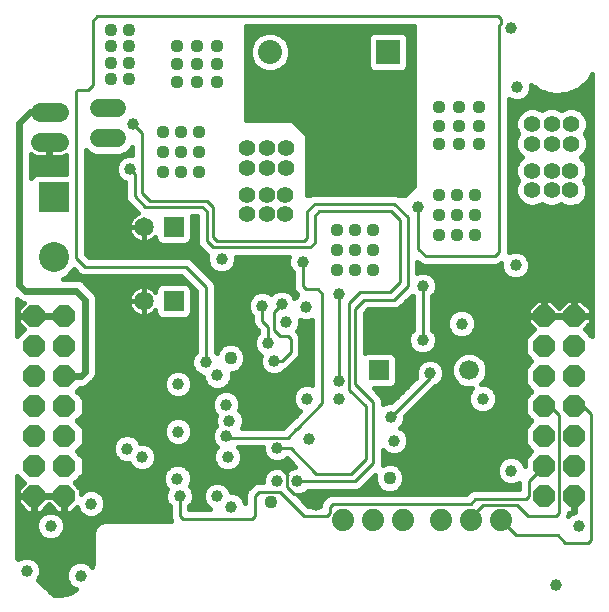
<source format=gbl>
G75*
G70*
%OFA0B0*%
%FSLAX24Y24*%
%IPPOS*%
%LPD*%
%AMOC8*
5,1,8,0,0,1.08239X$1,22.5*
%
%ADD10C,0.0600*%
%ADD11R,0.1000X0.1000*%
%ADD12C,0.1000*%
%ADD13C,0.0660*%
%ADD14R,0.0650X0.0650*%
%ADD15OC8,0.0740*%
%ADD16C,0.0634*%
%ADD17R,0.0555X0.0555*%
%ADD18C,0.0437*%
%ADD19C,0.0650*%
%ADD20C,0.0555*%
%ADD21C,0.0740*%
%ADD22R,0.0800X0.0800*%
%ADD23C,0.0800*%
%ADD24C,0.0240*%
%ADD25C,0.0160*%
%ADD26C,0.0397*%
%ADD27C,0.0100*%
%ADD28C,0.0436*%
D10*
X005404Y015920D02*
X006004Y015920D01*
X006004Y016920D02*
X005404Y016920D01*
D11*
X003894Y013970D03*
D12*
X003894Y011970D03*
D13*
X017744Y008200D03*
D14*
X014744Y008200D03*
X007894Y010500D03*
X007894Y012961D03*
D15*
X004244Y010000D03*
X003244Y010000D03*
X003244Y009000D03*
X003244Y008000D03*
X003244Y007000D03*
X003244Y006000D03*
X003244Y005000D03*
X003244Y004000D03*
X004244Y004000D03*
X004244Y005000D03*
X004244Y006000D03*
X004244Y007000D03*
X004244Y008000D03*
X004244Y009000D03*
X020244Y009000D03*
X020244Y008000D03*
X020244Y007000D03*
X020244Y006000D03*
X020244Y005000D03*
X020244Y004000D03*
X021244Y004000D03*
X021244Y005000D03*
X021244Y006000D03*
X021244Y007000D03*
X021244Y008000D03*
X021244Y009000D03*
X021244Y010000D03*
X020244Y010000D03*
D16*
X004061Y015800D02*
X003427Y015800D01*
X003427Y016800D02*
X004061Y016800D01*
D17*
X008944Y007200D03*
X008944Y006450D03*
X008944Y005700D03*
D18*
X013333Y011536D03*
X013944Y011536D03*
X014556Y011536D03*
X014556Y012209D03*
X013944Y012209D03*
X013333Y012209D03*
X013333Y012881D03*
X013944Y012881D03*
X014556Y012881D03*
X014458Y014438D03*
X014458Y015050D03*
X013786Y015050D03*
X013786Y014438D03*
X013113Y014438D03*
X013113Y015050D03*
X013113Y015662D03*
X013786Y015662D03*
X014458Y015662D03*
X016731Y015738D03*
X016731Y016350D03*
X017403Y016350D03*
X017403Y015738D03*
X018075Y015738D03*
X018075Y016350D03*
X018075Y016962D03*
X017403Y016962D03*
X016731Y016962D03*
X016733Y014031D03*
X017344Y014031D03*
X017956Y014031D03*
X017956Y013359D03*
X017956Y012686D03*
X017344Y012686D03*
X016733Y012686D03*
X016733Y013359D03*
X017344Y013359D03*
X009358Y017788D03*
X009358Y018400D03*
X009358Y019012D03*
X008686Y019012D03*
X008686Y018400D03*
X008686Y017788D03*
X008013Y017788D03*
X008013Y018400D03*
X008013Y019012D03*
X008144Y016131D03*
X008756Y016131D03*
X008756Y015459D03*
X008144Y015459D03*
X007533Y015459D03*
X007533Y016131D03*
X007533Y014786D03*
X008144Y014786D03*
X008756Y014786D03*
D19*
X006894Y012961D03*
X006894Y010500D03*
D20*
X010344Y013400D03*
X010344Y014050D03*
X010994Y014050D03*
X010994Y013400D03*
X011624Y013390D03*
X011624Y014050D03*
X011644Y014950D03*
X011644Y015600D03*
X010994Y015600D03*
X010344Y015600D03*
X010344Y014950D03*
X010994Y014950D03*
X019844Y014850D03*
X019844Y014200D03*
X020494Y014200D03*
X021124Y014190D03*
X021124Y014850D03*
X020494Y014850D03*
X020494Y015750D03*
X020494Y016400D03*
X021144Y016400D03*
X021144Y015750D03*
X019844Y015750D03*
X019844Y016400D03*
D21*
X018794Y003200D03*
X017794Y003200D03*
X016794Y003200D03*
X015544Y003200D03*
X014544Y003200D03*
X013544Y003200D03*
D22*
X015044Y018800D03*
D23*
X013076Y018800D03*
X011107Y018800D03*
D24*
X003744Y016800D02*
X003094Y016800D01*
X002744Y016450D01*
X002744Y011050D01*
X002944Y010850D01*
X004644Y010850D01*
X004944Y010550D01*
X004944Y008150D01*
X004794Y008000D01*
X004244Y008000D01*
D25*
X002673Y001950D02*
X002675Y001920D01*
X002706Y001888D01*
X002723Y001906D01*
X002899Y001978D01*
X003089Y001978D01*
X003265Y001906D01*
X003400Y001771D01*
X003473Y001595D01*
X003473Y001405D01*
X003400Y001229D01*
X003383Y001212D01*
X003894Y000700D01*
X004159Y000700D01*
X004437Y000774D01*
X004645Y000894D01*
X004523Y000944D01*
X004389Y001079D01*
X004316Y001255D01*
X004316Y001445D01*
X004389Y001621D01*
X004523Y001756D01*
X004699Y001828D01*
X004889Y001828D01*
X005065Y001756D01*
X005171Y001650D01*
X005205Y001775D01*
X005216Y001940D01*
X005216Y002795D01*
X005289Y002971D01*
X005289Y002971D01*
X005423Y003106D01*
X005423Y003106D01*
X005599Y003178D01*
X007808Y003178D01*
X007764Y003284D01*
X007764Y003653D01*
X007689Y003729D01*
X007616Y003905D01*
X007616Y004095D01*
X007679Y004248D01*
X007619Y004309D01*
X007546Y004485D01*
X007546Y004675D01*
X007619Y004851D01*
X007753Y004986D01*
X007929Y005058D01*
X008119Y005058D01*
X008295Y004986D01*
X008430Y004851D01*
X008503Y004675D01*
X008503Y004485D01*
X008439Y004332D01*
X008500Y004271D01*
X008573Y004095D01*
X008573Y003905D01*
X008500Y003729D01*
X008424Y003653D01*
X008424Y003580D01*
X009108Y003580D01*
X009073Y003594D01*
X008939Y003729D01*
X008866Y003905D01*
X008866Y004095D01*
X008939Y004271D01*
X009073Y004406D01*
X009249Y004478D01*
X009439Y004478D01*
X009615Y004406D01*
X009750Y004271D01*
X009809Y004128D01*
X009889Y004128D01*
X010065Y004056D01*
X010200Y003921D01*
X010264Y003765D01*
X010264Y004066D01*
X010315Y004187D01*
X010465Y004337D01*
X010557Y004430D01*
X010679Y004480D01*
X010866Y004480D01*
X010866Y004595D01*
X010939Y004771D01*
X011073Y004906D01*
X011249Y004978D01*
X011439Y004978D01*
X011615Y004906D01*
X011685Y004836D01*
X011753Y004905D01*
X011929Y004977D01*
X011950Y004977D01*
X011674Y005253D01*
X011615Y005194D01*
X011439Y005122D01*
X011249Y005122D01*
X011073Y005194D01*
X010939Y005329D01*
X010866Y005505D01*
X010866Y005620D01*
X010051Y005620D01*
X010100Y005571D01*
X010173Y005395D01*
X010173Y005205D01*
X010100Y005029D01*
X009965Y004894D01*
X009789Y004822D01*
X009599Y004822D01*
X009423Y004894D01*
X009289Y005029D01*
X009216Y005205D01*
X009216Y005395D01*
X009289Y005571D01*
X009348Y005630D01*
X009249Y005729D01*
X009176Y005905D01*
X009176Y006095D01*
X009249Y006271D01*
X009310Y006332D01*
X009276Y006415D01*
X009276Y006605D01*
X009316Y006702D01*
X009239Y006779D01*
X009166Y006955D01*
X009166Y007145D01*
X009239Y007321D01*
X009373Y007456D01*
X009549Y007528D01*
X009739Y007528D01*
X009915Y007456D01*
X010050Y007321D01*
X010123Y007145D01*
X010123Y006955D01*
X010083Y006858D01*
X010160Y006781D01*
X010233Y006605D01*
X010233Y006415D01*
X010177Y006280D01*
X011558Y006280D01*
X011787Y006510D01*
X011819Y006523D01*
X012116Y006827D01*
X012073Y006844D01*
X011939Y006979D01*
X011866Y007155D01*
X011866Y007345D01*
X011939Y007521D01*
X012073Y007656D01*
X012249Y007728D01*
X012439Y007728D01*
X012514Y007697D01*
X012514Y009873D01*
X012389Y009822D01*
X012199Y009822D01*
X012123Y009853D01*
X012123Y009705D01*
X012050Y009529D01*
X012016Y009495D01*
X012074Y009437D01*
X012124Y009316D01*
X012124Y008734D01*
X012074Y008613D01*
X011981Y008520D01*
X011681Y008220D01*
X011613Y008192D01*
X011515Y008094D01*
X011339Y008022D01*
X011149Y008022D01*
X010973Y008094D01*
X010839Y008229D01*
X010766Y008405D01*
X010766Y008595D01*
X010802Y008683D01*
X010773Y008694D01*
X010639Y008829D01*
X010566Y009005D01*
X010566Y009195D01*
X010639Y009371D01*
X010714Y009447D01*
X010714Y009513D01*
X010657Y009570D01*
X010565Y009663D01*
X010514Y009784D01*
X010514Y010003D01*
X010439Y010079D01*
X010366Y010255D01*
X010366Y010445D01*
X010439Y010621D01*
X010573Y010756D01*
X010749Y010828D01*
X010939Y010828D01*
X011115Y010756D01*
X011144Y010727D01*
X011223Y010806D01*
X011399Y010878D01*
X011589Y010878D01*
X011765Y010806D01*
X011900Y010671D01*
X011926Y010608D01*
X012023Y010705D01*
X012007Y010720D01*
X011915Y010813D01*
X011864Y010934D01*
X011864Y011453D01*
X011789Y011529D01*
X011716Y011705D01*
X011716Y011895D01*
X011747Y011970D01*
X009973Y011970D01*
X009973Y011805D01*
X009900Y011629D01*
X009765Y011494D01*
X009589Y011422D01*
X009399Y011422D01*
X009223Y011494D01*
X009089Y011629D01*
X009016Y011805D01*
X009016Y011995D01*
X009024Y012014D01*
X009007Y012020D01*
X008807Y012220D01*
X008715Y012313D01*
X008664Y012434D01*
X008664Y013320D01*
X008499Y013320D01*
X008499Y012580D01*
X008457Y012477D01*
X008378Y012398D01*
X008275Y012356D01*
X007514Y012356D01*
X007411Y012398D01*
X007332Y012477D01*
X007289Y012580D01*
X007289Y012645D01*
X007280Y012632D01*
X007223Y012575D01*
X007159Y012529D01*
X007088Y012493D01*
X007013Y012468D01*
X006934Y012456D01*
X006894Y012456D01*
X006894Y012961D01*
X006894Y012961D01*
X006389Y012961D01*
X006389Y013000D01*
X006402Y013079D01*
X006426Y013154D01*
X006462Y013225D01*
X006509Y013290D01*
X006565Y013346D01*
X006630Y013393D01*
X006699Y013428D01*
X006407Y013720D01*
X006315Y013813D01*
X006264Y013934D01*
X006264Y014457D01*
X006173Y014494D01*
X006039Y014629D01*
X005966Y014805D01*
X005966Y014995D01*
X006039Y015171D01*
X006173Y015306D01*
X006349Y015378D01*
X006514Y015378D01*
X006514Y015636D01*
X006496Y015591D01*
X006333Y015428D01*
X006120Y015340D01*
X005289Y015340D01*
X005076Y015428D01*
X004974Y015530D01*
X004974Y012087D01*
X005081Y011980D01*
X008360Y011980D01*
X008481Y011930D01*
X008574Y011837D01*
X009244Y011167D01*
X009294Y011046D01*
X009294Y008807D01*
X009327Y008774D01*
X009372Y008882D01*
X009512Y009022D01*
X009695Y009098D01*
X009893Y009098D01*
X010076Y009022D01*
X010217Y008882D01*
X010292Y008699D01*
X010292Y008501D01*
X010217Y008318D01*
X010076Y008178D01*
X009893Y008102D01*
X009833Y008102D01*
X009833Y007925D01*
X009760Y007749D01*
X009625Y007614D01*
X009449Y007542D01*
X009259Y007542D01*
X009083Y007614D01*
X008949Y007749D01*
X008876Y007925D01*
X008876Y007982D01*
X008869Y007982D01*
X008693Y008054D01*
X008559Y008189D01*
X008486Y008365D01*
X008486Y008555D01*
X008559Y008731D01*
X008634Y008807D01*
X008634Y010843D01*
X008158Y011320D01*
X004879Y011320D01*
X004757Y011370D01*
X004568Y011559D01*
X004556Y011528D01*
X004336Y011309D01*
X004194Y011250D01*
X004724Y011250D01*
X004871Y011189D01*
X004983Y011077D01*
X005283Y010777D01*
X005344Y010630D01*
X005344Y008070D01*
X005283Y007923D01*
X005171Y007811D01*
X005021Y007661D01*
X004874Y007600D01*
X004764Y007600D01*
X004664Y007500D01*
X004894Y007269D01*
X004894Y006731D01*
X004664Y006500D01*
X004894Y006269D01*
X004894Y005731D01*
X004664Y005500D01*
X004894Y005269D01*
X004894Y004731D01*
X004593Y004429D01*
X004794Y004228D01*
X004794Y004077D01*
X004873Y004156D01*
X005049Y004228D01*
X005239Y004228D01*
X005415Y004156D01*
X005550Y004021D01*
X005623Y003845D01*
X005623Y003655D01*
X005550Y003479D01*
X005415Y003344D01*
X005239Y003272D01*
X005049Y003272D01*
X004873Y003344D01*
X004739Y003479D01*
X004669Y003647D01*
X004472Y003450D01*
X004264Y003450D01*
X004264Y003980D01*
X004224Y003980D01*
X003794Y003980D01*
X003264Y003980D01*
X003264Y003450D01*
X003472Y003450D01*
X003744Y003722D01*
X004016Y003450D01*
X004224Y003450D01*
X004224Y003980D01*
X004224Y004020D01*
X003264Y004020D01*
X003264Y003980D01*
X003224Y003980D01*
X002694Y003980D01*
X002694Y003772D01*
X003016Y003450D01*
X003224Y003450D01*
X003224Y003980D01*
X003224Y004020D01*
X002694Y004020D01*
X002694Y004228D01*
X002896Y004429D01*
X002673Y004652D01*
X002673Y001950D01*
X002674Y001927D02*
X002774Y001927D01*
X002673Y002085D02*
X005216Y002085D01*
X005215Y001927D02*
X003215Y001927D01*
X003401Y001768D02*
X004553Y001768D01*
X004384Y001610D02*
X003467Y001610D01*
X003473Y001451D02*
X004318Y001451D01*
X004316Y001293D02*
X003426Y001293D01*
X003460Y001134D02*
X004366Y001134D01*
X004492Y000976D02*
X003619Y000976D01*
X003777Y000817D02*
X004511Y000817D01*
X005035Y001768D02*
X005203Y001768D01*
X005216Y002244D02*
X002673Y002244D01*
X002673Y002402D02*
X005216Y002402D01*
X005216Y002561D02*
X003983Y002561D01*
X004065Y002594D02*
X004200Y002729D01*
X004273Y002905D01*
X004273Y003095D01*
X004200Y003271D01*
X004065Y003406D01*
X003889Y003478D01*
X003699Y003478D01*
X003523Y003406D01*
X003389Y003271D01*
X003316Y003095D01*
X003316Y002905D01*
X003389Y002729D01*
X003523Y002594D01*
X003699Y002522D01*
X003889Y002522D01*
X004065Y002594D01*
X004190Y002719D02*
X005216Y002719D01*
X005250Y002878D02*
X004261Y002878D01*
X004273Y003036D02*
X005354Y003036D01*
X005424Y003353D02*
X007764Y003353D01*
X007764Y003512D02*
X005563Y003512D01*
X005623Y003670D02*
X007748Y003670D01*
X007648Y003829D02*
X005623Y003829D01*
X005564Y003987D02*
X007616Y003987D01*
X007637Y004146D02*
X005425Y004146D01*
X004863Y004146D02*
X004794Y004146D01*
X004718Y004304D02*
X007624Y004304D01*
X007555Y004463D02*
X004626Y004463D01*
X004785Y004621D02*
X007546Y004621D01*
X007589Y004780D02*
X004894Y004780D01*
X004894Y004938D02*
X006530Y004938D01*
X006573Y004894D02*
X006749Y004822D01*
X006939Y004822D01*
X007115Y004894D01*
X007250Y005029D01*
X007323Y005205D01*
X007323Y005395D01*
X007250Y005571D01*
X007115Y005706D01*
X006939Y005778D01*
X006780Y005778D01*
X006750Y005851D01*
X006615Y005986D01*
X006439Y006058D01*
X006249Y006058D01*
X006073Y005986D01*
X005939Y005851D01*
X005866Y005675D01*
X005866Y005485D01*
X005939Y005309D01*
X006073Y005174D01*
X006249Y005102D01*
X006409Y005102D01*
X006439Y005029D01*
X006573Y004894D01*
X006411Y005097D02*
X004894Y005097D01*
X004894Y005255D02*
X005993Y005255D01*
X005895Y005414D02*
X004750Y005414D01*
X004736Y005572D02*
X005866Y005572D01*
X005889Y005731D02*
X004894Y005731D01*
X004894Y005889D02*
X005977Y005889D01*
X006223Y006048D02*
X004894Y006048D01*
X004894Y006206D02*
X007566Y006206D01*
X007566Y006245D02*
X007566Y006055D01*
X007639Y005879D01*
X007773Y005744D01*
X007949Y005672D01*
X008139Y005672D01*
X008315Y005744D01*
X008450Y005879D01*
X008523Y006055D01*
X008523Y006245D01*
X008450Y006421D01*
X008315Y006556D01*
X008139Y006628D01*
X007949Y006628D01*
X007773Y006556D01*
X007639Y006421D01*
X007566Y006245D01*
X007615Y006365D02*
X004799Y006365D01*
X004687Y006523D02*
X007741Y006523D01*
X007569Y006048D02*
X006466Y006048D01*
X006712Y005889D02*
X007635Y005889D01*
X007807Y005731D02*
X007055Y005731D01*
X007249Y005572D02*
X009290Y005572D01*
X009248Y005731D02*
X008282Y005731D01*
X008454Y005889D02*
X009182Y005889D01*
X009176Y006048D02*
X008520Y006048D01*
X008523Y006206D02*
X009222Y006206D01*
X009297Y006365D02*
X008473Y006365D01*
X008348Y006523D02*
X009276Y006523D01*
X009308Y006682D02*
X004845Y006682D01*
X004894Y006840D02*
X009213Y006840D01*
X009166Y006999D02*
X004894Y006999D01*
X004894Y007157D02*
X009171Y007157D01*
X009236Y007316D02*
X008294Y007316D01*
X008315Y007324D02*
X008139Y007252D01*
X007949Y007252D01*
X007773Y007324D01*
X007639Y007459D01*
X007566Y007635D01*
X007566Y007825D01*
X007639Y008001D01*
X007773Y008136D01*
X007949Y008208D01*
X008139Y008208D01*
X008315Y008136D01*
X008450Y008001D01*
X008523Y007825D01*
X008523Y007635D01*
X008450Y007459D01*
X008315Y007324D01*
X008456Y007474D02*
X009418Y007474D01*
X009643Y007633D02*
X012050Y007633D01*
X011919Y007474D02*
X009871Y007474D01*
X010052Y007316D02*
X011866Y007316D01*
X011866Y007157D02*
X010118Y007157D01*
X010123Y006999D02*
X011931Y006999D01*
X012084Y006840D02*
X010101Y006840D01*
X010201Y006682D02*
X011974Y006682D01*
X011819Y006523D02*
X010233Y006523D01*
X010212Y006365D02*
X011642Y006365D01*
X010866Y005572D02*
X010099Y005572D01*
X010165Y005414D02*
X010904Y005414D01*
X011013Y005255D02*
X010173Y005255D01*
X010128Y005097D02*
X011831Y005097D01*
X011834Y004938D02*
X011537Y004938D01*
X011152Y004938D02*
X010009Y004938D01*
X009380Y004938D02*
X008343Y004938D01*
X008460Y004780D02*
X010947Y004780D01*
X010877Y004621D02*
X008503Y004621D01*
X008493Y004463D02*
X009211Y004463D01*
X009478Y004463D02*
X010636Y004463D01*
X010432Y004304D02*
X009717Y004304D01*
X009802Y004146D02*
X010297Y004146D01*
X010264Y003987D02*
X010134Y003987D01*
X010238Y003829D02*
X010264Y003829D01*
X008998Y003670D02*
X008441Y003670D01*
X008541Y003829D02*
X008898Y003829D01*
X008866Y003987D02*
X008573Y003987D01*
X008552Y004146D02*
X008887Y004146D01*
X008972Y004304D02*
X008467Y004304D01*
X007706Y004938D02*
X007159Y004938D01*
X007278Y005097D02*
X009261Y005097D01*
X009216Y005255D02*
X007323Y005255D01*
X007315Y005414D02*
X009223Y005414D01*
X007795Y007316D02*
X004848Y007316D01*
X004690Y007474D02*
X007633Y007474D01*
X007567Y007633D02*
X004952Y007633D01*
X005151Y007791D02*
X007566Y007791D01*
X007617Y007950D02*
X005294Y007950D01*
X005344Y008108D02*
X007746Y008108D01*
X008343Y008108D02*
X008640Y008108D01*
X008527Y008267D02*
X005344Y008267D01*
X005344Y008425D02*
X008486Y008425D01*
X008498Y008584D02*
X005344Y008584D01*
X005344Y008742D02*
X008570Y008742D01*
X008634Y008901D02*
X005344Y008901D01*
X005344Y009059D02*
X008634Y009059D01*
X008634Y009218D02*
X005344Y009218D01*
X005344Y009376D02*
X008634Y009376D01*
X008634Y009535D02*
X005344Y009535D01*
X005344Y009693D02*
X008634Y009693D01*
X008634Y009852D02*
X005344Y009852D01*
X005344Y010010D02*
X006768Y010010D01*
X006776Y010007D02*
X006855Y009995D01*
X006894Y009995D01*
X006894Y010500D01*
X006389Y010500D01*
X006389Y010460D01*
X006402Y010382D01*
X006426Y010306D01*
X006462Y010235D01*
X006509Y010171D01*
X006565Y010115D01*
X006630Y010068D01*
X006700Y010032D01*
X006776Y010007D01*
X006894Y010010D02*
X006894Y010010D01*
X006894Y009995D02*
X006934Y009995D01*
X007013Y010007D01*
X007088Y010032D01*
X007159Y010068D01*
X007223Y010115D01*
X007280Y010171D01*
X007289Y010185D01*
X007289Y010119D01*
X007332Y010016D01*
X007411Y009938D01*
X007514Y009895D01*
X008275Y009895D01*
X008378Y009938D01*
X008457Y010016D01*
X008499Y010119D01*
X008499Y010881D01*
X008457Y010984D01*
X008378Y011062D01*
X008275Y011105D01*
X007514Y011105D01*
X007411Y011062D01*
X007332Y010984D01*
X007289Y010881D01*
X007289Y010815D01*
X007280Y010829D01*
X007223Y010885D01*
X007159Y010932D01*
X007088Y010968D01*
X007013Y010993D01*
X006934Y011005D01*
X006894Y011005D01*
X006855Y011005D01*
X006776Y010993D01*
X006700Y010968D01*
X006630Y010932D01*
X006565Y010885D01*
X006509Y010829D01*
X006462Y010765D01*
X006426Y010694D01*
X006402Y010618D01*
X006389Y010540D01*
X006389Y010500D01*
X006894Y010500D01*
X006894Y010500D01*
X006894Y011005D01*
X006894Y010500D01*
X006894Y010500D01*
X006894Y010500D01*
X006894Y009995D01*
X007021Y010010D02*
X007338Y010010D01*
X007289Y010169D02*
X007277Y010169D01*
X006894Y010169D02*
X006894Y010169D01*
X006894Y010327D02*
X006894Y010327D01*
X006894Y010486D02*
X006894Y010486D01*
X006894Y010644D02*
X006894Y010644D01*
X006894Y010803D02*
X006894Y010803D01*
X006894Y010961D02*
X006894Y010961D01*
X006687Y010961D02*
X005099Y010961D01*
X005257Y010803D02*
X006490Y010803D01*
X006410Y010644D02*
X005338Y010644D01*
X005344Y010486D02*
X006389Y010486D01*
X006420Y010327D02*
X005344Y010327D01*
X005344Y010169D02*
X006512Y010169D01*
X007102Y010961D02*
X007323Y010961D01*
X008200Y011278D02*
X004262Y011278D01*
X004464Y011437D02*
X004691Y011437D01*
X004940Y011120D02*
X008358Y011120D01*
X008466Y010961D02*
X008517Y010961D01*
X008499Y010803D02*
X008634Y010803D01*
X008634Y010644D02*
X008499Y010644D01*
X008499Y010486D02*
X008634Y010486D01*
X008634Y010327D02*
X008499Y010327D01*
X008499Y010169D02*
X008634Y010169D01*
X008634Y010010D02*
X008450Y010010D01*
X009294Y010010D02*
X010508Y010010D01*
X010514Y009852D02*
X009294Y009852D01*
X009294Y009693D02*
X010552Y009693D01*
X010693Y009535D02*
X009294Y009535D01*
X009294Y009376D02*
X010644Y009376D01*
X010575Y009218D02*
X009294Y009218D01*
X009294Y009059D02*
X009601Y009059D01*
X009390Y008901D02*
X009294Y008901D01*
X009988Y009059D02*
X010566Y009059D01*
X010609Y008901D02*
X010198Y008901D01*
X010275Y008742D02*
X010726Y008742D01*
X010766Y008584D02*
X010292Y008584D01*
X010261Y008425D02*
X010766Y008425D01*
X010823Y008267D02*
X010165Y008267D01*
X009908Y008108D02*
X010960Y008108D01*
X011529Y008108D02*
X012514Y008108D01*
X012514Y007950D02*
X009833Y007950D01*
X009777Y007791D02*
X012514Y007791D01*
X012514Y008267D02*
X011728Y008267D01*
X011886Y008425D02*
X012514Y008425D01*
X012514Y008584D02*
X012045Y008584D01*
X012124Y008742D02*
X012514Y008742D01*
X012514Y008901D02*
X012124Y008901D01*
X012124Y009059D02*
X012514Y009059D01*
X012514Y009218D02*
X012124Y009218D01*
X012099Y009376D02*
X012514Y009376D01*
X012514Y009535D02*
X012052Y009535D01*
X012118Y009693D02*
X012514Y009693D01*
X012514Y009852D02*
X012462Y009852D01*
X012127Y009852D02*
X012123Y009852D01*
X011962Y010644D02*
X011911Y010644D01*
X011925Y010803D02*
X011768Y010803D01*
X011864Y010961D02*
X009294Y010961D01*
X009294Y010803D02*
X010687Y010803D01*
X010462Y010644D02*
X009294Y010644D01*
X009294Y010486D02*
X010383Y010486D01*
X010366Y010327D02*
X009294Y010327D01*
X009294Y010169D02*
X010402Y010169D01*
X011002Y010803D02*
X011220Y010803D01*
X011864Y011120D02*
X009264Y011120D01*
X009133Y011278D02*
X011864Y011278D01*
X011864Y011437D02*
X009626Y011437D01*
X009363Y011437D02*
X008974Y011437D01*
X009123Y011595D02*
X008816Y011595D01*
X008657Y011754D02*
X009037Y011754D01*
X009016Y011912D02*
X008499Y011912D01*
X008799Y012229D02*
X004974Y012229D01*
X004974Y012388D02*
X007437Y012388D01*
X007303Y012546D02*
X007183Y012546D01*
X006894Y012546D02*
X006894Y012546D01*
X006894Y012456D02*
X006894Y012961D01*
X006389Y012961D01*
X006389Y012921D01*
X006402Y012842D01*
X006426Y012767D01*
X006462Y012696D01*
X006509Y012632D01*
X006565Y012575D01*
X006630Y012529D01*
X006700Y012493D01*
X006776Y012468D01*
X006855Y012456D01*
X006894Y012456D01*
X006894Y012705D02*
X006894Y012705D01*
X006894Y012863D02*
X006894Y012863D01*
X006894Y012961D02*
X006894Y012961D01*
X006439Y013180D02*
X004974Y013180D01*
X004974Y013022D02*
X006393Y013022D01*
X006398Y012863D02*
X004974Y012863D01*
X004974Y012705D02*
X006458Y012705D01*
X006606Y012546D02*
X004974Y012546D01*
X004990Y012071D02*
X008957Y012071D01*
X008684Y012388D02*
X008352Y012388D01*
X008485Y012546D02*
X008664Y012546D01*
X008664Y012705D02*
X008499Y012705D01*
X008499Y012863D02*
X008664Y012863D01*
X008664Y013022D02*
X008499Y013022D01*
X008499Y013180D02*
X008664Y013180D01*
X009973Y011912D02*
X011723Y011912D01*
X011716Y011754D02*
X009951Y011754D01*
X009866Y011595D02*
X011761Y011595D01*
X012344Y014050D02*
X012344Y016050D01*
X011844Y016550D01*
X010294Y016550D01*
X010294Y019670D01*
X015894Y019670D01*
X015894Y014350D01*
X015594Y014050D01*
X015382Y014050D01*
X015310Y014080D01*
X012529Y014080D01*
X012456Y014050D01*
X012344Y014050D01*
X012344Y014131D02*
X015675Y014131D01*
X015834Y014290D02*
X012344Y014290D01*
X012344Y014448D02*
X015894Y014448D01*
X015894Y014607D02*
X012344Y014607D01*
X012344Y014765D02*
X015894Y014765D01*
X015894Y014924D02*
X012344Y014924D01*
X012344Y015082D02*
X015894Y015082D01*
X015894Y015241D02*
X012344Y015241D01*
X012344Y015399D02*
X015894Y015399D01*
X015894Y015558D02*
X012344Y015558D01*
X012344Y015716D02*
X015894Y015716D01*
X015894Y015875D02*
X012344Y015875D01*
X012344Y016033D02*
X015894Y016033D01*
X015894Y016192D02*
X012203Y016192D01*
X012044Y016350D02*
X015894Y016350D01*
X015894Y016509D02*
X011886Y016509D01*
X011243Y018120D02*
X010972Y018120D01*
X010722Y018224D01*
X010531Y018415D01*
X010427Y018665D01*
X010427Y018935D01*
X010531Y019185D01*
X010722Y019376D01*
X010972Y019480D01*
X011243Y019480D01*
X011492Y019376D01*
X011684Y019185D01*
X011787Y018935D01*
X011787Y018665D01*
X011684Y018415D01*
X011492Y018224D01*
X011243Y018120D01*
X011521Y018252D02*
X014403Y018252D01*
X014407Y018241D02*
X014486Y018163D01*
X014589Y018120D01*
X015500Y018120D01*
X015603Y018163D01*
X015682Y018241D01*
X015724Y018344D01*
X015724Y019256D01*
X015682Y019359D01*
X015603Y019437D01*
X015500Y019480D01*
X014589Y019480D01*
X014486Y019437D01*
X014407Y019359D01*
X014364Y019256D01*
X014364Y018344D01*
X014407Y018241D01*
X014364Y018411D02*
X011679Y018411D01*
X011748Y018569D02*
X014364Y018569D01*
X014364Y018728D02*
X011787Y018728D01*
X011787Y018886D02*
X014364Y018886D01*
X014364Y019045D02*
X011742Y019045D01*
X011666Y019203D02*
X014364Y019203D01*
X014410Y019362D02*
X011507Y019362D01*
X010707Y019362D02*
X010294Y019362D01*
X010294Y019520D02*
X015894Y019520D01*
X015894Y019362D02*
X015679Y019362D01*
X015724Y019203D02*
X015894Y019203D01*
X015894Y019045D02*
X015724Y019045D01*
X015724Y018886D02*
X015894Y018886D01*
X015894Y018728D02*
X015724Y018728D01*
X015724Y018569D02*
X015894Y018569D01*
X015894Y018411D02*
X015724Y018411D01*
X015686Y018252D02*
X015894Y018252D01*
X015894Y018094D02*
X010294Y018094D01*
X010294Y018252D02*
X010694Y018252D01*
X010535Y018411D02*
X010294Y018411D01*
X010294Y018569D02*
X010467Y018569D01*
X010427Y018728D02*
X010294Y018728D01*
X010294Y018886D02*
X010427Y018886D01*
X010473Y019045D02*
X010294Y019045D01*
X010294Y019203D02*
X010549Y019203D01*
X010294Y017935D02*
X015894Y017935D01*
X015894Y017777D02*
X010294Y017777D01*
X010294Y017618D02*
X015894Y017618D01*
X015894Y017460D02*
X010294Y017460D01*
X010294Y017301D02*
X015894Y017301D01*
X015894Y017143D02*
X010294Y017143D01*
X010294Y016984D02*
X015894Y016984D01*
X015894Y016826D02*
X010294Y016826D01*
X010294Y016667D02*
X015894Y016667D01*
X019074Y016667D02*
X019352Y016667D01*
X019372Y016716D02*
X019287Y016511D01*
X019287Y016289D01*
X019372Y016084D01*
X019381Y016075D01*
X019372Y016066D01*
X019287Y015861D01*
X019287Y015639D01*
X019372Y015434D01*
X019506Y015300D01*
X019372Y015166D01*
X019287Y014961D01*
X019287Y014739D01*
X019372Y014534D01*
X019381Y014525D01*
X019372Y014516D01*
X019287Y014311D01*
X019287Y014089D01*
X019372Y013884D01*
X019529Y013727D01*
X019733Y013643D01*
X019955Y013643D01*
X020160Y013727D01*
X020169Y013737D01*
X020179Y013727D01*
X020383Y013643D01*
X020605Y013643D01*
X020802Y013724D01*
X020809Y013717D01*
X021013Y013633D01*
X021235Y013633D01*
X021440Y013717D01*
X021597Y013874D01*
X021682Y014079D01*
X021682Y014301D01*
X021597Y014506D01*
X021583Y014520D01*
X021597Y014534D01*
X021682Y014739D01*
X021682Y014961D01*
X021597Y015166D01*
X021473Y015290D01*
X021617Y015434D01*
X021702Y015639D01*
X021702Y015861D01*
X021617Y016066D01*
X021608Y016075D01*
X021617Y016084D01*
X021702Y016289D01*
X021702Y016511D01*
X021617Y016716D01*
X021460Y016873D01*
X021255Y016957D01*
X021033Y016957D01*
X020829Y016873D01*
X020819Y016863D01*
X020810Y016873D01*
X020605Y016957D01*
X020383Y016957D01*
X020179Y016873D01*
X020169Y016863D01*
X020160Y016873D01*
X019955Y016957D01*
X019733Y016957D01*
X019529Y016873D01*
X019372Y016716D01*
X019481Y016826D02*
X019074Y016826D01*
X019074Y016984D02*
X021844Y016984D01*
X021844Y016826D02*
X021507Y016826D01*
X021637Y016667D02*
X021844Y016667D01*
X021844Y016509D02*
X021702Y016509D01*
X021702Y016350D02*
X021844Y016350D01*
X021844Y016192D02*
X021661Y016192D01*
X021630Y016033D02*
X021844Y016033D01*
X021844Y015875D02*
X021696Y015875D01*
X021702Y015716D02*
X021844Y015716D01*
X021844Y015558D02*
X021668Y015558D01*
X021582Y015399D02*
X021844Y015399D01*
X021844Y015241D02*
X021522Y015241D01*
X021632Y015082D02*
X021844Y015082D01*
X021844Y014924D02*
X021682Y014924D01*
X021682Y014765D02*
X021844Y014765D01*
X021844Y014607D02*
X021627Y014607D01*
X021621Y014448D02*
X021844Y014448D01*
X021844Y014290D02*
X021682Y014290D01*
X021682Y014131D02*
X021844Y014131D01*
X021844Y013973D02*
X021638Y013973D01*
X021537Y013814D02*
X021844Y013814D01*
X021844Y013656D02*
X021291Y013656D01*
X020958Y013656D02*
X020637Y013656D01*
X020352Y013656D02*
X019987Y013656D01*
X019702Y013656D02*
X019074Y013656D01*
X019074Y013814D02*
X019442Y013814D01*
X019335Y013973D02*
X019074Y013973D01*
X019074Y014131D02*
X019287Y014131D01*
X019287Y014290D02*
X019074Y014290D01*
X019074Y014448D02*
X019344Y014448D01*
X019342Y014607D02*
X019074Y014607D01*
X019074Y014765D02*
X019287Y014765D01*
X019287Y014924D02*
X019074Y014924D01*
X019074Y015082D02*
X019337Y015082D01*
X019446Y015241D02*
X019074Y015241D01*
X019074Y015399D02*
X019407Y015399D01*
X019321Y015558D02*
X019074Y015558D01*
X019074Y015716D02*
X019287Y015716D01*
X019292Y015875D02*
X019074Y015875D01*
X019074Y016033D02*
X019358Y016033D01*
X019327Y016192D02*
X019074Y016192D01*
X019074Y016350D02*
X019287Y016350D01*
X019287Y016509D02*
X019074Y016509D01*
X019074Y017143D02*
X021844Y017143D01*
X021844Y017301D02*
X019672Y017301D01*
X019615Y017244D02*
X019750Y017379D01*
X019823Y017555D01*
X019823Y017697D01*
X020158Y017477D01*
X020584Y017370D01*
X021022Y017406D01*
X021424Y017582D01*
X021424Y017582D01*
X021748Y017880D01*
X021844Y018058D01*
X021844Y009319D01*
X021593Y009571D01*
X021794Y009772D01*
X021794Y009980D01*
X021264Y009980D01*
X021264Y010020D01*
X021224Y010020D01*
X021224Y009980D01*
X020694Y009980D01*
X020264Y009980D01*
X020264Y010020D01*
X020224Y010020D01*
X020224Y009980D01*
X019694Y009980D01*
X019694Y009772D01*
X019896Y009571D01*
X019594Y009269D01*
X019594Y008731D01*
X019825Y008500D01*
X019594Y008269D01*
X019594Y007731D01*
X019825Y007500D01*
X019594Y007269D01*
X019594Y006731D01*
X019825Y006500D01*
X019594Y006269D01*
X019594Y005731D01*
X019825Y005500D01*
X019594Y005269D01*
X019594Y005014D01*
X019550Y005121D01*
X019415Y005256D01*
X019239Y005328D01*
X019049Y005328D01*
X018873Y005256D01*
X018739Y005121D01*
X018666Y004945D01*
X018666Y004755D01*
X018739Y004579D01*
X018873Y004444D01*
X019049Y004372D01*
X019239Y004372D01*
X019414Y004444D01*
X019414Y004230D01*
X017879Y004230D01*
X017757Y004180D01*
X017665Y004087D01*
X017658Y004080D01*
X013129Y004080D01*
X013007Y004030D01*
X012915Y003937D01*
X012815Y003837D01*
X012764Y003716D01*
X012764Y003680D01*
X012381Y003680D01*
X012040Y004021D01*
X012119Y004021D01*
X012295Y004093D01*
X012371Y004169D01*
X013944Y004170D01*
X014010Y004170D01*
X014010Y004170D01*
X014010Y004170D01*
X014071Y004195D01*
X014131Y004220D01*
X014131Y004220D01*
X014131Y004220D01*
X014179Y004268D01*
X014596Y004685D01*
X014596Y004501D01*
X014672Y004318D01*
X014812Y004178D01*
X014995Y004102D01*
X015193Y004102D01*
X015376Y004178D01*
X015517Y004318D01*
X015592Y004501D01*
X015592Y004699D01*
X015517Y004882D01*
X015376Y005022D01*
X015193Y005098D01*
X014995Y005098D01*
X014874Y005048D01*
X014874Y005543D01*
X014973Y005444D01*
X015149Y005372D01*
X015339Y005372D01*
X015515Y005444D01*
X015650Y005579D01*
X015723Y005755D01*
X015723Y005945D01*
X015650Y006121D01*
X015515Y006256D01*
X015453Y006282D01*
X015550Y006379D01*
X015623Y006555D01*
X015623Y006662D01*
X016613Y007652D01*
X016715Y007694D01*
X016850Y007829D01*
X016923Y008005D01*
X016923Y008195D01*
X016850Y008371D01*
X016715Y008506D01*
X016539Y008578D01*
X016349Y008578D01*
X016173Y008506D01*
X016039Y008371D01*
X015966Y008195D01*
X015966Y008005D01*
X015985Y007958D01*
X015156Y007128D01*
X015049Y007128D01*
X014874Y007056D01*
X014874Y007216D01*
X014824Y007337D01*
X014566Y007595D01*
X015125Y007595D01*
X015228Y007638D01*
X015307Y007716D01*
X015349Y007819D01*
X015349Y008581D01*
X015307Y008684D01*
X015228Y008762D01*
X015125Y008805D01*
X014364Y008805D01*
X014274Y008768D01*
X014274Y010113D01*
X014381Y010220D01*
X015310Y010220D01*
X015431Y010270D01*
X015839Y010678D01*
X015864Y010653D01*
X015864Y009547D01*
X015789Y009471D01*
X015716Y009295D01*
X015716Y009105D01*
X015789Y008929D01*
X015923Y008794D01*
X016099Y008722D01*
X016289Y008722D01*
X016465Y008794D01*
X016600Y008929D01*
X016673Y009105D01*
X016673Y009295D01*
X016600Y009471D01*
X016524Y009547D01*
X016524Y010653D01*
X016600Y010729D01*
X016673Y010905D01*
X016673Y011095D01*
X016600Y011271D01*
X016465Y011406D01*
X016289Y011478D01*
X016099Y011478D01*
X016024Y011447D01*
X016024Y011803D01*
X016107Y011720D01*
X016229Y011670D01*
X018660Y011670D01*
X018781Y011720D01*
X018816Y011755D01*
X018816Y011605D01*
X018889Y011429D01*
X019023Y011294D01*
X019199Y011222D01*
X019389Y011222D01*
X019565Y011294D01*
X019700Y011429D01*
X019773Y011605D01*
X019773Y011795D01*
X019700Y011971D01*
X019565Y012106D01*
X019389Y012178D01*
X019199Y012178D01*
X019074Y012127D01*
X019074Y017244D01*
X019249Y017172D01*
X019439Y017172D01*
X019615Y017244D01*
X019783Y017460D02*
X020229Y017460D01*
X020158Y017477D02*
X020158Y017477D01*
X019943Y017618D02*
X019823Y017618D01*
X020584Y017370D02*
X020584Y017370D01*
X021022Y017406D02*
X021022Y017406D01*
X021144Y017460D02*
X021844Y017460D01*
X021844Y017618D02*
X021463Y017618D01*
X021635Y017777D02*
X021844Y017777D01*
X021748Y017880D02*
X021748Y017880D01*
X021778Y017935D02*
X021844Y017935D01*
X021844Y013497D02*
X019074Y013497D01*
X019074Y013339D02*
X021844Y013339D01*
X021844Y013180D02*
X019074Y013180D01*
X019074Y013022D02*
X021844Y013022D01*
X021844Y012863D02*
X019074Y012863D01*
X019074Y012705D02*
X021844Y012705D01*
X021844Y012546D02*
X019074Y012546D01*
X019074Y012388D02*
X021844Y012388D01*
X021844Y012229D02*
X019074Y012229D01*
X018816Y011754D02*
X018815Y011754D01*
X018820Y011595D02*
X016024Y011595D01*
X016024Y011754D02*
X016074Y011754D01*
X016391Y011437D02*
X018886Y011437D01*
X019063Y011278D02*
X016593Y011278D01*
X016663Y011120D02*
X021844Y011120D01*
X021844Y011278D02*
X019526Y011278D01*
X019703Y011437D02*
X021844Y011437D01*
X021844Y011595D02*
X019769Y011595D01*
X019773Y011754D02*
X021844Y011754D01*
X021844Y011912D02*
X019724Y011912D01*
X019600Y012071D02*
X021844Y012071D01*
X021844Y010961D02*
X016673Y010961D01*
X016630Y010803D02*
X021844Y010803D01*
X021844Y010644D02*
X016524Y010644D01*
X016524Y010486D02*
X019952Y010486D01*
X020016Y010550D02*
X019694Y010228D01*
X019694Y010020D01*
X020224Y010020D01*
X020224Y010550D01*
X020016Y010550D01*
X020224Y010486D02*
X020264Y010486D01*
X020264Y010550D02*
X020264Y010020D01*
X021224Y010020D01*
X021224Y010550D01*
X021016Y010550D01*
X020744Y010278D01*
X020472Y010550D01*
X020264Y010550D01*
X020264Y010327D02*
X020224Y010327D01*
X020224Y010169D02*
X020264Y010169D01*
X020264Y010010D02*
X021224Y010010D01*
X021264Y010010D02*
X021844Y010010D01*
X021794Y010020D02*
X021794Y010228D01*
X021472Y010550D01*
X021264Y010550D01*
X021264Y010020D01*
X021794Y010020D01*
X021794Y010169D02*
X021844Y010169D01*
X021844Y010327D02*
X021695Y010327D01*
X021844Y010486D02*
X021537Y010486D01*
X021264Y010486D02*
X021224Y010486D01*
X021224Y010327D02*
X021264Y010327D01*
X021264Y010169D02*
X021224Y010169D01*
X020952Y010486D02*
X020537Y010486D01*
X020695Y010327D02*
X020794Y010327D01*
X020224Y010010D02*
X017904Y010010D01*
X017900Y010021D02*
X017765Y010156D01*
X017589Y010228D01*
X017399Y010228D01*
X017223Y010156D01*
X017089Y010021D01*
X017016Y009845D01*
X017016Y009655D01*
X017089Y009479D01*
X017223Y009344D01*
X017399Y009272D01*
X017589Y009272D01*
X017765Y009344D01*
X017900Y009479D01*
X017973Y009655D01*
X017973Y009845D01*
X017900Y010021D01*
X017970Y009852D02*
X019694Y009852D01*
X019773Y009693D02*
X017973Y009693D01*
X017923Y009535D02*
X019860Y009535D01*
X019701Y009376D02*
X017797Y009376D01*
X017866Y008810D02*
X017623Y008810D01*
X017399Y008717D01*
X017227Y008546D01*
X017134Y008321D01*
X017134Y008079D01*
X017227Y007854D01*
X017399Y007683D01*
X017623Y007590D01*
X017858Y007590D01*
X017789Y007521D01*
X017716Y007345D01*
X017716Y007155D01*
X017789Y006979D01*
X017923Y006844D01*
X018099Y006772D01*
X018289Y006772D01*
X018465Y006844D01*
X018600Y006979D01*
X018673Y007155D01*
X018673Y007345D01*
X018600Y007521D01*
X018465Y007656D01*
X018289Y007728D01*
X018135Y007728D01*
X018261Y007854D01*
X018354Y008079D01*
X018354Y008321D01*
X018261Y008546D01*
X018090Y008717D01*
X017866Y008810D01*
X018030Y008742D02*
X019594Y008742D01*
X019594Y008901D02*
X016571Y008901D01*
X016654Y009059D02*
X019594Y009059D01*
X019594Y009218D02*
X016673Y009218D01*
X016639Y009376D02*
X017192Y009376D01*
X017066Y009535D02*
X016536Y009535D01*
X016524Y009693D02*
X017016Y009693D01*
X017019Y009852D02*
X016524Y009852D01*
X016524Y010010D02*
X017084Y010010D01*
X017255Y010169D02*
X016524Y010169D01*
X016524Y010327D02*
X019794Y010327D01*
X019694Y010169D02*
X017734Y010169D01*
X017459Y008742D02*
X016339Y008742D01*
X016050Y008742D02*
X015248Y008742D01*
X015348Y008584D02*
X017265Y008584D01*
X017177Y008425D02*
X016796Y008425D01*
X016893Y008267D02*
X017134Y008267D01*
X017134Y008108D02*
X016923Y008108D01*
X016900Y007950D02*
X017188Y007950D01*
X017291Y007791D02*
X016812Y007791D01*
X016594Y007633D02*
X017520Y007633D01*
X017769Y007474D02*
X016435Y007474D01*
X016277Y007316D02*
X017716Y007316D01*
X017716Y007157D02*
X016118Y007157D01*
X015960Y006999D02*
X017781Y006999D01*
X017934Y006840D02*
X015801Y006840D01*
X015643Y006682D02*
X019644Y006682D01*
X019594Y006840D02*
X018455Y006840D01*
X018608Y006999D02*
X019594Y006999D01*
X019594Y007157D02*
X018673Y007157D01*
X018673Y007316D02*
X019641Y007316D01*
X019799Y007474D02*
X018619Y007474D01*
X018488Y007633D02*
X019693Y007633D01*
X019594Y007791D02*
X018198Y007791D01*
X018301Y007950D02*
X019594Y007950D01*
X019594Y008108D02*
X018354Y008108D01*
X018354Y008267D02*
X019594Y008267D01*
X019750Y008425D02*
X018311Y008425D01*
X018223Y008584D02*
X019742Y008584D01*
X021629Y009535D02*
X021844Y009535D01*
X021844Y009693D02*
X021715Y009693D01*
X021794Y009852D02*
X021844Y009852D01*
X021844Y009376D02*
X021788Y009376D01*
X019802Y006523D02*
X015610Y006523D01*
X015535Y006365D02*
X019690Y006365D01*
X019594Y006206D02*
X015565Y006206D01*
X015680Y006048D02*
X019594Y006048D01*
X019594Y005889D02*
X015723Y005889D01*
X015713Y005731D02*
X019595Y005731D01*
X019753Y005572D02*
X015643Y005572D01*
X015441Y005414D02*
X019739Y005414D01*
X019594Y005255D02*
X019416Y005255D01*
X019560Y005097D02*
X019594Y005097D01*
X018873Y005255D02*
X014874Y005255D01*
X014874Y005097D02*
X014991Y005097D01*
X015197Y005097D02*
X018729Y005097D01*
X018666Y004938D02*
X015461Y004938D01*
X015559Y004780D02*
X018666Y004780D01*
X018721Y004621D02*
X015592Y004621D01*
X015577Y004463D02*
X018855Y004463D01*
X019414Y004304D02*
X015503Y004304D01*
X015299Y004146D02*
X017723Y004146D01*
X015048Y005414D02*
X014874Y005414D01*
X014596Y004621D02*
X014532Y004621D01*
X014612Y004463D02*
X014374Y004463D01*
X014215Y004304D02*
X014686Y004304D01*
X014890Y004146D02*
X012347Y004146D01*
X012074Y003987D02*
X012965Y003987D01*
X012811Y003829D02*
X012232Y003829D01*
X014874Y007157D02*
X015185Y007157D01*
X015343Y007316D02*
X014833Y007316D01*
X014687Y007474D02*
X015502Y007474D01*
X015660Y007633D02*
X015216Y007633D01*
X015338Y007791D02*
X015819Y007791D01*
X015977Y007950D02*
X015349Y007950D01*
X015349Y008108D02*
X015966Y008108D01*
X015995Y008267D02*
X015349Y008267D01*
X015349Y008425D02*
X016093Y008425D01*
X015817Y008901D02*
X014274Y008901D01*
X014274Y009059D02*
X015735Y009059D01*
X015716Y009218D02*
X014274Y009218D01*
X014274Y009376D02*
X015749Y009376D01*
X015852Y009535D02*
X014274Y009535D01*
X014274Y009693D02*
X015864Y009693D01*
X015864Y009852D02*
X014274Y009852D01*
X014274Y010010D02*
X015864Y010010D01*
X015864Y010169D02*
X014330Y010169D01*
X015488Y010327D02*
X015864Y010327D01*
X015864Y010486D02*
X015647Y010486D01*
X015805Y010644D02*
X015864Y010644D01*
X021224Y003980D02*
X021264Y003980D01*
X021264Y003464D01*
X021123Y003406D01*
X021055Y003337D01*
X021074Y003384D01*
X021074Y003450D01*
X021224Y003450D01*
X021224Y003980D01*
X021224Y003829D02*
X021264Y003829D01*
X021264Y003670D02*
X021224Y003670D01*
X021224Y003512D02*
X021264Y003512D01*
X021071Y003353D02*
X021061Y003353D01*
X009065Y007633D02*
X008522Y007633D01*
X008523Y007791D02*
X008931Y007791D01*
X008876Y007950D02*
X008471Y007950D01*
X004224Y009980D02*
X003694Y009980D01*
X003264Y009980D01*
X003264Y010020D01*
X004224Y010020D01*
X004224Y009980D01*
X004224Y010010D02*
X003264Y010010D01*
X003224Y010010D02*
X002673Y010010D01*
X002694Y010020D02*
X003224Y010020D01*
X003224Y009980D01*
X002694Y009980D01*
X002694Y009772D01*
X002896Y009571D01*
X002673Y009348D01*
X002673Y010556D01*
X002718Y010511D01*
X002865Y010450D01*
X002916Y010450D01*
X002694Y010228D01*
X002694Y010020D01*
X002694Y010169D02*
X002673Y010169D01*
X002673Y010327D02*
X002794Y010327D01*
X002779Y010486D02*
X002673Y010486D01*
X002673Y009852D02*
X002694Y009852D01*
X002673Y009693D02*
X002773Y009693D01*
X002860Y009535D02*
X002673Y009535D01*
X002673Y009376D02*
X002701Y009376D01*
X004974Y013339D02*
X006558Y013339D01*
X006631Y013497D02*
X004974Y013497D01*
X004974Y013656D02*
X006472Y013656D01*
X006314Y013814D02*
X004974Y013814D01*
X004974Y013973D02*
X006264Y013973D01*
X006264Y014131D02*
X004974Y014131D01*
X004974Y014290D02*
X006264Y014290D01*
X006264Y014448D02*
X004974Y014448D01*
X004974Y014607D02*
X006061Y014607D01*
X005982Y014765D02*
X004974Y014765D01*
X004974Y014924D02*
X005966Y014924D01*
X006002Y015082D02*
X004974Y015082D01*
X004974Y015241D02*
X006108Y015241D01*
X006262Y015399D02*
X006514Y015399D01*
X006514Y015558D02*
X006462Y015558D01*
X005146Y015399D02*
X004974Y015399D01*
X004314Y015371D02*
X004314Y014750D01*
X003339Y014750D01*
X003236Y014707D01*
X003157Y014629D01*
X003144Y014598D01*
X003144Y015392D01*
X003167Y015375D01*
X003237Y015340D01*
X003311Y015315D01*
X003388Y015303D01*
X003726Y015303D01*
X003726Y015782D01*
X003763Y015782D01*
X003763Y015303D01*
X004100Y015303D01*
X004178Y015315D01*
X004252Y015340D01*
X004314Y015371D01*
X004314Y015241D02*
X003144Y015241D01*
X003144Y015082D02*
X004314Y015082D01*
X004314Y014924D02*
X003144Y014924D01*
X003144Y014765D02*
X004314Y014765D01*
X003763Y015399D02*
X003726Y015399D01*
X003726Y015558D02*
X003763Y015558D01*
X003763Y015716D02*
X003726Y015716D01*
X003148Y014607D02*
X003144Y014607D01*
X002704Y004621D02*
X002673Y004621D01*
X002673Y004463D02*
X002863Y004463D01*
X002771Y004304D02*
X002673Y004304D01*
X002673Y004146D02*
X002694Y004146D01*
X002673Y003987D02*
X003224Y003987D01*
X003264Y003987D02*
X004224Y003987D01*
X004224Y003829D02*
X004264Y003829D01*
X004264Y003670D02*
X004224Y003670D01*
X004224Y003512D02*
X004264Y003512D01*
X004118Y003353D02*
X004865Y003353D01*
X004725Y003512D02*
X004534Y003512D01*
X004232Y003195D02*
X007802Y003195D01*
X003955Y003512D02*
X003534Y003512D01*
X003471Y003353D02*
X002673Y003353D01*
X002673Y003195D02*
X003357Y003195D01*
X003316Y003036D02*
X002673Y003036D01*
X002673Y002878D02*
X003327Y002878D01*
X003399Y002719D02*
X002673Y002719D01*
X002673Y002561D02*
X003605Y002561D01*
X003264Y003512D02*
X003224Y003512D01*
X003224Y003670D02*
X003264Y003670D01*
X003264Y003829D02*
X003224Y003829D01*
X002955Y003512D02*
X002673Y003512D01*
X002673Y003670D02*
X002796Y003670D01*
X002694Y003829D02*
X002673Y003829D01*
X003692Y003670D02*
X003796Y003670D01*
D26*
X003794Y003000D03*
X005144Y003750D03*
X006844Y005300D03*
X006344Y005580D03*
X008044Y006150D03*
X008024Y004580D03*
X008094Y004000D03*
X007081Y003479D03*
X004794Y001350D03*
X002994Y001500D03*
X006844Y007750D03*
X008044Y007730D03*
X008964Y008460D03*
X009354Y008020D03*
X009644Y007050D03*
X009754Y006510D03*
X009654Y006000D03*
X009694Y005300D03*
X009344Y004000D03*
X009794Y003650D03*
X011344Y004500D03*
X012024Y004499D03*
X012644Y003700D03*
X011344Y005600D03*
X012394Y005900D03*
X012344Y007250D03*
X013394Y007250D03*
X013394Y007850D03*
X015144Y006650D03*
X015244Y005850D03*
X016944Y005600D03*
X017594Y004300D03*
X019144Y004850D03*
X018194Y007250D03*
X016444Y008100D03*
X015694Y008550D03*
X016194Y009200D03*
X017494Y009750D03*
X017994Y011000D03*
X019294Y011700D03*
X016194Y011000D03*
X016044Y013650D03*
X013394Y010750D03*
X012294Y010300D03*
X011644Y009800D03*
X011494Y010400D03*
X010844Y010350D03*
X011044Y009100D03*
X011244Y008500D03*
X010194Y011700D03*
X009494Y011900D03*
X012194Y011800D03*
X006444Y014900D03*
X006544Y016400D03*
X019144Y019600D03*
X019344Y017650D03*
X021394Y003000D03*
X020644Y001050D03*
D27*
X020944Y002450D02*
X020694Y002700D01*
X019294Y002700D01*
X018794Y003200D01*
X019344Y003700D02*
X019694Y003350D01*
X020644Y003350D01*
X020744Y003450D01*
X020744Y006700D01*
X020444Y007000D01*
X020244Y007000D01*
X021244Y007000D02*
X021544Y007000D01*
X021794Y006750D01*
X021794Y002550D01*
X021694Y002450D01*
X020944Y002450D01*
X019644Y003900D02*
X019744Y004000D01*
X019744Y004500D01*
X020244Y005000D01*
X019644Y003900D02*
X017944Y003900D01*
X017794Y003750D01*
X013194Y003750D01*
X013094Y003650D01*
X013094Y003450D01*
X012994Y003350D01*
X012244Y003350D01*
X011444Y004150D01*
X010744Y004150D01*
X010594Y004000D01*
X010594Y003350D01*
X010494Y003250D01*
X008194Y003250D01*
X008094Y003350D01*
X008094Y004000D01*
X008944Y005350D02*
X009594Y004700D01*
X010794Y004700D01*
X011194Y005100D01*
X011294Y005100D01*
X011694Y004700D01*
X011694Y004689D01*
X011677Y004672D01*
X011677Y004290D01*
X011912Y004055D01*
X012289Y004055D01*
X012644Y003700D01*
X012024Y004499D02*
X013944Y004500D01*
X014544Y005100D01*
X014544Y007150D01*
X013944Y007750D01*
X013944Y010250D01*
X014244Y010550D01*
X015244Y010550D01*
X015694Y011000D01*
X015694Y013300D01*
X015244Y013750D01*
X012594Y013750D01*
X012344Y013500D01*
X012344Y012600D01*
X012244Y012500D01*
X009344Y012500D01*
X009194Y012650D01*
X009194Y013650D01*
X008994Y013850D01*
X007094Y013850D01*
X006844Y014100D01*
X006844Y016100D01*
X006544Y016400D01*
X006444Y014900D02*
X006594Y014750D01*
X006594Y014000D01*
X006944Y013650D01*
X008844Y013650D01*
X008994Y013500D01*
X008994Y012500D01*
X009194Y012300D01*
X012444Y012300D01*
X012594Y012450D01*
X012594Y013350D01*
X012744Y013500D01*
X015144Y013500D01*
X015444Y013200D01*
X015444Y011150D01*
X015094Y010800D01*
X014094Y010800D01*
X013744Y010450D01*
X013744Y007550D01*
X014294Y007000D01*
X014294Y005250D01*
X013794Y004750D01*
X012644Y004750D01*
X011794Y005600D01*
X011344Y005600D01*
X011694Y005950D02*
X009704Y005950D01*
X009654Y006000D01*
X008944Y005700D02*
X008944Y005350D01*
X011694Y005950D02*
X011974Y006230D01*
X011994Y006230D01*
X012844Y007100D01*
X012844Y010750D01*
X012694Y010900D01*
X012294Y010900D01*
X012194Y011000D01*
X012194Y011800D01*
X011494Y010400D02*
X011244Y010150D01*
X011244Y009550D01*
X011444Y009350D01*
X011694Y009350D01*
X011794Y009250D01*
X011794Y008800D01*
X011494Y008500D01*
X011244Y008500D01*
X011044Y009100D02*
X011044Y009650D01*
X010844Y009850D01*
X010844Y010350D01*
X008964Y010980D02*
X008964Y008460D01*
X008964Y010980D02*
X008294Y011650D01*
X004944Y011650D01*
X004644Y011950D01*
X004644Y017500D01*
X004694Y017550D01*
X005044Y017550D01*
X005194Y017700D01*
X005194Y019850D01*
X005344Y020000D01*
X018694Y020000D01*
X018794Y019900D01*
X018794Y019750D01*
X018744Y019700D01*
X018744Y012150D01*
X018594Y012000D01*
X016294Y012000D01*
X016044Y012250D01*
X016044Y013650D01*
X016194Y011000D02*
X016194Y009200D01*
X016444Y008100D02*
X016444Y007950D01*
X015144Y006650D01*
X013394Y007850D02*
X013394Y010750D01*
X018194Y003700D02*
X019344Y003700D01*
X018194Y003700D02*
X017844Y003350D01*
X017844Y003250D01*
D28*
X015094Y004600D03*
X011144Y003800D03*
X009794Y008600D03*
X006394Y017900D03*
X006394Y018450D03*
X006394Y019000D03*
X006394Y019550D03*
X005794Y019550D03*
X005794Y019000D03*
X005794Y018450D03*
X005794Y017900D03*
M02*

</source>
